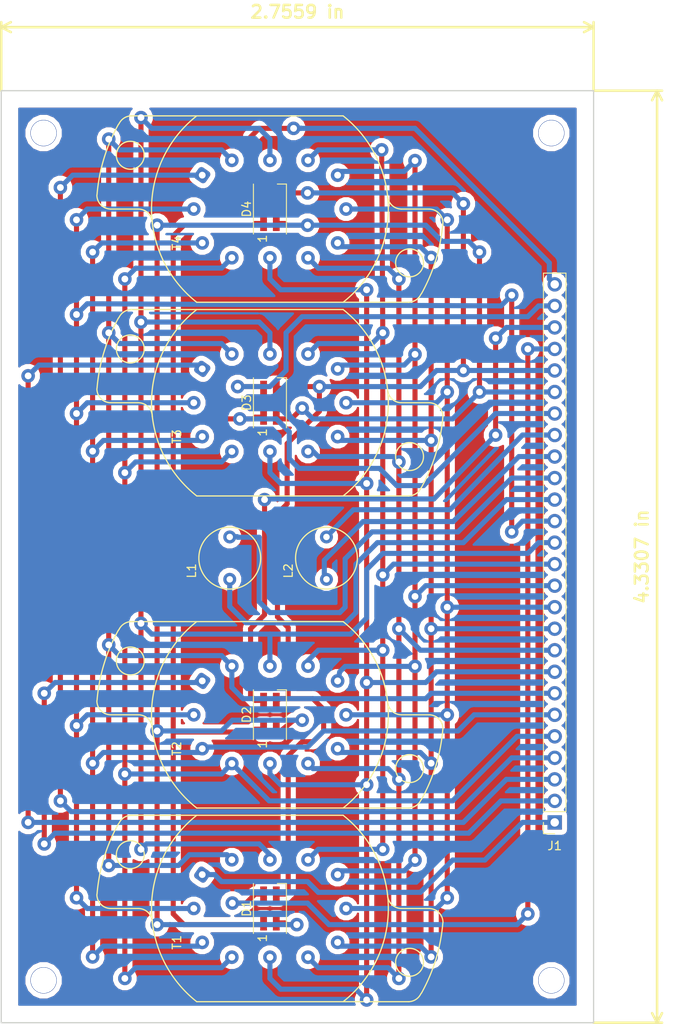
<source format=kicad_pcb>
(kicad_pcb (version 20171130) (host pcbnew 5.0.0-rc2+dfsg1-3)
  (layers (0 F.Cu signal) (31 B.Cu signal) (34 B.Paste user) (35 F.Paste user) (36 B.SilkS user) (37 F.SilkS user) (38 B.Mask user) (39 F.Mask user) (44 Edge.Cuts user))
  (net 0 "")
  (net 1 "Net-(D1-Pad4)")
  (net 2 "Net-(D1-Pad2)")
  (net 3 "Net-(D1-Pad3)")
  (net 4 "Net-(D1-Pad1)")
  (net 5 "Net-(D2-Pad2)")
  (net 6 "Net-(D3-Pad2)")
  (net 7 "Net-(D4-Pad2)")
  (net 8 "Net-(J1-Pad1)")
  (net 9 "Net-(J1-Pad2)")
  (net 10 "Net-(J1-Pad3)")
  (net 11 "Net-(J1-Pad4)")
  (net 12 "Net-(J1-Pad5)")
  (net 13 "Net-(J1-Pad6)")
  (net 14 "Net-(J1-Pad7)")
  (net 15 "Net-(J1-Pad8)")
  (net 16 "Net-(J1-Pad9)")
  (net 17 "Net-(J1-Pad10)")
  (net 18 "Net-(J1-Pad11)")
  (net 19 "Net-(J1-Pad12)")
  (net 20 "Net-(J1-Pad13)")
  (net 21 "Net-(J1-Pad14)")
  (net 22 "Net-(J1-Pad15)")
  (net 23 "Net-(J1-Pad19)")
  (net 24 "Net-(J1-Pad18)")
  (net 25 "Net-(J1-Pad17)")
  (net 26 "Net-(J1-Pad16)")
  (module Connector_PinSocket_2.54mm:PinSocket_1x26_P2.54mm_Vertical (layer F.Cu) (at 120.404972 126.36 180)
    (fp_text reference J1 (at 0 -2.77 180) (layer F.SilkS))
    (fp_text value Conn_01x26_Male hide)
    (pad 1 thru_hole rect (at 0 0 180) (size 1.7 1.7) (drill 1) (layers *.Cu *.Mask) (net 8 "Net-(J1-Pad1)"))
    (pad 2 thru_hole oval (at 0 2.54 180) (size 1.7 1.7) (drill 1) (layers *.Cu *.Mask) (net 9 "Net-(J1-Pad2)"))
    (pad 3 thru_hole oval (at 0 5.08 180) (size 1.7 1.7) (drill 1) (layers *.Cu *.Mask) (net 10 "Net-(J1-Pad3)"))
    (pad 4 thru_hole oval (at 0 7.62 180) (size 1.7 1.7) (drill 1) (layers *.Cu *.Mask) (net 11 "Net-(J1-Pad4)"))
    (pad 5 thru_hole oval (at 0 10.16 180) (size 1.7 1.7) (drill 1) (layers *.Cu *.Mask) (net 12 "Net-(J1-Pad5)"))
    (pad 6 thru_hole oval (at 0 12.7 180) (size 1.7 1.7) (drill 1) (layers *.Cu *.Mask) (net 13 "Net-(J1-Pad6)"))
    (pad 7 thru_hole oval (at 0 15.24 180) (size 1.7 1.7) (drill 1) (layers *.Cu *.Mask) (net 14 "Net-(J1-Pad7)"))
    (pad 8 thru_hole oval (at 0 17.78 180) (size 1.7 1.7) (drill 1) (layers *.Cu *.Mask) (net 15 "Net-(J1-Pad8)"))
    (pad 9 thru_hole oval (at 0 20.32 180) (size 1.7 1.7) (drill 1) (layers *.Cu *.Mask) (net 16 "Net-(J1-Pad9)"))
    (pad 10 thru_hole oval (at 0 22.86 180) (size 1.7 1.7) (drill 1) (layers *.Cu *.Mask) (net 17 "Net-(J1-Pad10)"))
    (pad 11 thru_hole oval (at 0 25.4 180) (size 1.7 1.7) (drill 1) (layers *.Cu *.Mask) (net 18 "Net-(J1-Pad11)"))
    (pad 12 thru_hole oval (at 0 27.94 180) (size 1.7 1.7) (drill 1) (layers *.Cu *.Mask) (net 19 "Net-(J1-Pad12)"))
    (pad 13 thru_hole oval (at 0 30.48 180) (size 1.7 1.7) (drill 1) (layers *.Cu *.Mask) (net 20 "Net-(J1-Pad13)"))
    (pad 14 thru_hole oval (at 0 33.02 180) (size 1.7 1.7) (drill 1) (layers *.Cu *.Mask) (net 21 "Net-(J1-Pad14)"))
    (pad 15 thru_hole oval (at 0 35.56 180) (size 1.7 1.7) (drill 1) (layers *.Cu *.Mask) (net 22 "Net-(J1-Pad15)"))
    (pad 16 thru_hole oval (at 0 38.1 180) (size 1.7 1.7) (drill 1) (layers *.Cu *.Mask) (net 26 "Net-(J1-Pad16)"))
    (pad 17 thru_hole oval (at 0 40.64 180) (size 1.7 1.7) (drill 1) (layers *.Cu *.Mask) (net 25 "Net-(J1-Pad17)"))
    (pad 18 thru_hole oval (at 0 43.18 180) (size 1.7 1.7) (drill 1) (layers *.Cu *.Mask) (net 24 "Net-(J1-Pad18)"))
    (pad 19 thru_hole oval (at 0 45.72 180) (size 1.7 1.7) (drill 1) (layers *.Cu *.Mask) (net 23 "Net-(J1-Pad19)"))
    (pad 20 thru_hole oval (at 0 48.26 180) (size 1.7 1.7) (drill 1) (layers *.Cu *.Mask) (net 4 "Net-(D1-Pad1)"))
    (pad 21 thru_hole oval (at 0 50.8 180) (size 1.7 1.7) (drill 1) (layers *.Cu *.Mask) (net 3 "Net-(D1-Pad3)"))
    (pad 22 thru_hole oval (at 0 53.34 180) (size 1.7 1.7) (drill 1) (layers *.Cu *.Mask) (net 1 "Net-(D1-Pad4)"))
    (pad 23 thru_hole oval (at 0 55.88 180) (size 1.7 1.7) (drill 1) (layers *.Cu *.Mask) (net 2 "Net-(D1-Pad2)"))
    (pad 24 thru_hole oval (at 0 58.42 180) (size 1.7 1.7) (drill 1) (layers *.Cu *.Mask) (net 5 "Net-(D2-Pad2)"))
    (pad 25 thru_hole oval (at 0 60.96 180) (size 1.7 1.7) (drill 1) (layers *.Cu *.Mask) (net 6 "Net-(D3-Pad2)"))
    (pad 26 thru_hole oval (at 0 63.5 180) (size 1.7 1.7) (drill 1) (layers *.Cu *.Mask) (net 7 "Net-(D4-Pad2)"))
  )
  (module Parts:IN-12_0.8mm (layer F.Cu) (at 86.749972 76.83 90)
    (fp_text reference T3 (at -4 -11 90) (layer F.SilkS))
    (fp_text value IN-12)
    (pad 12 thru_hole circle (at 0 -9 90) (size 1.6 1.6) (drill 0.8) (layers *.Cu *.Mask) (net 22 "Net-(J1-Pad15)"))
    (pad 11 thru_hole circle (at -4 -8 90) (size 1.6 1.6) (drill 0.8) (layers *.Cu *.Mask) (net 13 "Net-(J1-Pad6)"))
    (pad 10 thru_hole circle (at -5.75 -4.5 90) (size 1.6 1.6) (drill 0.8) (layers *.Cu *.Mask) (net 12 "Net-(J1-Pad5)"))
    (pad 9 thru_hole circle (at -5.75 0 90) (size 1.6 1.6) (drill 0.8) (layers *.Cu *.Mask) (net 15 "Net-(J1-Pad8)"))
    (pad 8 thru_hole circle (at -5.75 4.5 90) (size 1.6 1.6) (drill 0.8) (layers *.Cu *.Mask) (net 16 "Net-(J1-Pad9)"))
    (pad 7 thru_hole circle (at -4 8 90) (size 1.6 1.6) (drill 0.8) (layers *.Cu *.Mask) (net 17 "Net-(J1-Pad10)"))
    (pad 6 thru_hole circle (at 0 9 90) (size 1.6 1.6) (drill 0.8) (layers *.Cu *.Mask) (net 18 "Net-(J1-Pad11)"))
    (pad 5 thru_hole circle (at 4 8 90) (size 1.6 1.6) (drill 0.8) (layers *.Cu *.Mask) (net 19 "Net-(J1-Pad12)"))
    (pad 4 thru_hole circle (at 5.75 4.5 90) (size 1.6 1.6) (drill 0.8) (layers *.Cu *.Mask) (net 20 "Net-(J1-Pad13)"))
    (pad 3 thru_hole circle (at 5.75 0 90) (size 1.6 1.6) (drill 0.8) (layers *.Cu *.Mask) (net 21 "Net-(J1-Pad14)"))
    (pad 2 thru_hole circle (at 5.75 -4.5 90) (size 1.6 1.6) (drill 0.8) (layers *.Cu *.Mask) (net 14 "Net-(J1-Pad7)"))
    (pad 1 thru_hole roundrect (at 4 -8 145) (size 1.6 1.6) (drill 0.8) (layers *.Cu *.Mask) (net 10 "Net-(J1-Pad3)"))
  )
  (module Parts:IN-12_0.8mm (layer F.Cu) (at 86.749972 136.52 90)
    (fp_text reference T1 (at -4 -11 90) (layer F.SilkS))
    (fp_text value IN-12)
    (pad 12 thru_hole circle (at 0 -9 90) (size 1.6 1.6) (drill 0.8) (layers *.Cu *.Mask) (net 22 "Net-(J1-Pad15)"))
    (pad 11 thru_hole circle (at -4 -8 90) (size 1.6 1.6) (drill 0.8) (layers *.Cu *.Mask) (net 13 "Net-(J1-Pad6)"))
    (pad 10 thru_hole circle (at -5.75 -4.5 90) (size 1.6 1.6) (drill 0.8) (layers *.Cu *.Mask) (net 12 "Net-(J1-Pad5)"))
    (pad 9 thru_hole circle (at -5.75 0 90) (size 1.6 1.6) (drill 0.8) (layers *.Cu *.Mask) (net 15 "Net-(J1-Pad8)"))
    (pad 8 thru_hole circle (at -5.75 4.5 90) (size 1.6 1.6) (drill 0.8) (layers *.Cu *.Mask) (net 16 "Net-(J1-Pad9)"))
    (pad 7 thru_hole circle (at -4 8 90) (size 1.6 1.6) (drill 0.8) (layers *.Cu *.Mask) (net 17 "Net-(J1-Pad10)"))
    (pad 6 thru_hole circle (at 0 9 90) (size 1.6 1.6) (drill 0.8) (layers *.Cu *.Mask) (net 18 "Net-(J1-Pad11)"))
    (pad 5 thru_hole circle (at 4 8 90) (size 1.6 1.6) (drill 0.8) (layers *.Cu *.Mask) (net 19 "Net-(J1-Pad12)"))
    (pad 4 thru_hole circle (at 5.75 4.5 90) (size 1.6 1.6) (drill 0.8) (layers *.Cu *.Mask) (net 20 "Net-(J1-Pad13)"))
    (pad 3 thru_hole circle (at 5.75 0 90) (size 1.6 1.6) (drill 0.8) (layers *.Cu *.Mask) (net 21 "Net-(J1-Pad14)"))
    (pad 2 thru_hole circle (at 5.75 -4.5 90) (size 1.6 1.6) (drill 0.8) (layers *.Cu *.Mask) (net 14 "Net-(J1-Pad7)"))
    (pad 1 thru_hole roundrect (at 4 -8 145) (size 1.6 1.6) (drill 0.8) (layers *.Cu *.Mask) (net 8 "Net-(J1-Pad1)"))
  )
  (module Parts:IN-12_0.8mm (layer F.Cu) (at 86.749972 113.66 90)
    (fp_text reference T2 (at -4 -11 90) (layer F.SilkS))
    (fp_text value IN-12)
    (pad 12 thru_hole circle (at 0 -9 90) (size 1.6 1.6) (drill 0.8) (layers *.Cu *.Mask) (net 22 "Net-(J1-Pad15)"))
    (pad 11 thru_hole circle (at -4 -8 90) (size 1.6 1.6) (drill 0.8) (layers *.Cu *.Mask) (net 13 "Net-(J1-Pad6)"))
    (pad 10 thru_hole circle (at -5.75 -4.5 90) (size 1.6 1.6) (drill 0.8) (layers *.Cu *.Mask) (net 12 "Net-(J1-Pad5)"))
    (pad 9 thru_hole circle (at -5.75 0 90) (size 1.6 1.6) (drill 0.8) (layers *.Cu *.Mask) (net 15 "Net-(J1-Pad8)"))
    (pad 8 thru_hole circle (at -5.75 4.5 90) (size 1.6 1.6) (drill 0.8) (layers *.Cu *.Mask) (net 16 "Net-(J1-Pad9)"))
    (pad 7 thru_hole circle (at -4 8 90) (size 1.6 1.6) (drill 0.8) (layers *.Cu *.Mask) (net 17 "Net-(J1-Pad10)"))
    (pad 6 thru_hole circle (at 0 9 90) (size 1.6 1.6) (drill 0.8) (layers *.Cu *.Mask) (net 18 "Net-(J1-Pad11)"))
    (pad 5 thru_hole circle (at 4 8 90) (size 1.6 1.6) (drill 0.8) (layers *.Cu *.Mask) (net 19 "Net-(J1-Pad12)"))
    (pad 4 thru_hole circle (at 5.75 4.5 90) (size 1.6 1.6) (drill 0.8) (layers *.Cu *.Mask) (net 20 "Net-(J1-Pad13)"))
    (pad 3 thru_hole circle (at 5.75 0 90) (size 1.6 1.6) (drill 0.8) (layers *.Cu *.Mask) (net 21 "Net-(J1-Pad14)"))
    (pad 2 thru_hole circle (at 5.75 -4.5 90) (size 1.6 1.6) (drill 0.8) (layers *.Cu *.Mask) (net 14 "Net-(J1-Pad7)"))
    (pad 1 thru_hole roundrect (at 4 -8 145) (size 1.6 1.6) (drill 0.8) (layers *.Cu *.Mask) (net 9 "Net-(J1-Pad2)"))
  )
  (module Parts:IN-12_0.8mm (layer F.Cu) (at 86.749972 53.97 90)
    (fp_text reference T4 (at -4 -11 90) (layer F.SilkS))
    (fp_text value IN-12)
    (pad 12 thru_hole circle (at 0 -9 90) (size 1.6 1.6) (drill 0.8) (layers *.Cu *.Mask) (net 22 "Net-(J1-Pad15)"))
    (pad 11 thru_hole circle (at -4 -8 90) (size 1.6 1.6) (drill 0.8) (layers *.Cu *.Mask) (net 13 "Net-(J1-Pad6)"))
    (pad 10 thru_hole circle (at -5.75 -4.5 90) (size 1.6 1.6) (drill 0.8) (layers *.Cu *.Mask) (net 12 "Net-(J1-Pad5)"))
    (pad 9 thru_hole circle (at -5.75 0 90) (size 1.6 1.6) (drill 0.8) (layers *.Cu *.Mask) (net 15 "Net-(J1-Pad8)"))
    (pad 8 thru_hole circle (at -5.75 4.5 90) (size 1.6 1.6) (drill 0.8) (layers *.Cu *.Mask) (net 16 "Net-(J1-Pad9)"))
    (pad 7 thru_hole circle (at -4 8 90) (size 1.6 1.6) (drill 0.8) (layers *.Cu *.Mask) (net 17 "Net-(J1-Pad10)"))
    (pad 6 thru_hole circle (at 0 9 90) (size 1.6 1.6) (drill 0.8) (layers *.Cu *.Mask) (net 18 "Net-(J1-Pad11)"))
    (pad 5 thru_hole circle (at 4 8 90) (size 1.6 1.6) (drill 0.8) (layers *.Cu *.Mask) (net 19 "Net-(J1-Pad12)"))
    (pad 4 thru_hole circle (at 5.75 4.5 90) (size 1.6 1.6) (drill 0.8) (layers *.Cu *.Mask) (net 20 "Net-(J1-Pad13)"))
    (pad 3 thru_hole circle (at 5.75 0 90) (size 1.6 1.6) (drill 0.8) (layers *.Cu *.Mask) (net 21 "Net-(J1-Pad14)"))
    (pad 2 thru_hole circle (at 5.75 -4.5 90) (size 1.6 1.6) (drill 0.8) (layers *.Cu *.Mask) (net 14 "Net-(J1-Pad7)"))
    (pad 1 thru_hole roundrect (at 4 -8 145) (size 1.6 1.6) (drill 0.8) (layers *.Cu *.Mask) (net 11 "Net-(J1-Pad4)"))
  )
  (module Parts:LED_3528_3.5x2.8mm (layer F.Cu) (at 86.749972 136.52 90)
    (fp_text reference D1 (at 0 -2.75 90) (layer F.SilkS))
    (fp_text value LED_RGB_CA hide)
    (fp_text user 1 (at -3.5 -0.875 90) (layer F.SilkS))
    (pad 1 smd rect (at -1.7 -0.75 270) (size 1.8 0.8) (layers F.Cu F.Paste F.Mask) (net 4 "Net-(D1-Pad1)"))
    (pad 3 smd rect (at -1.7 0.75 270) (size 1.8 0.8) (layers F.Cu F.Paste F.Mask) (net 3 "Net-(D1-Pad3)"))
    (pad 2 smd rect (at 1.7 -0.75 270) (size 1.8 0.8) (layers F.Cu F.Paste F.Mask) (net 2 "Net-(D1-Pad2)"))
    (pad 4 smd rect (at 1.7 0.75 270) (size 1.8 0.8) (layers F.Cu F.Paste F.Mask) (net 1 "Net-(D1-Pad4)"))
  )
  (module Parts:LED_3528_3.5x2.8mm (layer F.Cu) (at 86.749972 113.66 90)
    (fp_text reference D2 (at 0 -2.75 90) (layer F.SilkS))
    (fp_text value LED_RGB_CA hide)
    (fp_text user 1 (at -3.5 -0.875 90) (layer F.SilkS))
    (pad 1 smd rect (at -1.7 -0.75 270) (size 1.8 0.8) (layers F.Cu F.Paste F.Mask) (net 4 "Net-(D1-Pad1)"))
    (pad 3 smd rect (at -1.7 0.75 270) (size 1.8 0.8) (layers F.Cu F.Paste F.Mask) (net 3 "Net-(D1-Pad3)"))
    (pad 2 smd rect (at 1.7 -0.75 270) (size 1.8 0.8) (layers F.Cu F.Paste F.Mask) (net 5 "Net-(D2-Pad2)"))
    (pad 4 smd rect (at 1.7 0.75 270) (size 1.8 0.8) (layers F.Cu F.Paste F.Mask) (net 1 "Net-(D1-Pad4)"))
  )
  (module Parts:LED_3528_3.5x2.8mm (layer F.Cu) (at 86.749972 76.83 90)
    (fp_text reference D3 (at 0 -2.75 90) (layer F.SilkS))
    (fp_text value LED_RGB_CA hide)
    (fp_text user 1 (at -3.5 -0.875 90) (layer F.SilkS))
    (pad 1 smd rect (at -1.7 -0.75 270) (size 1.8 0.8) (layers F.Cu F.Paste F.Mask) (net 4 "Net-(D1-Pad1)"))
    (pad 3 smd rect (at -1.7 0.75 270) (size 1.8 0.8) (layers F.Cu F.Paste F.Mask) (net 3 "Net-(D1-Pad3)"))
    (pad 2 smd rect (at 1.7 -0.75 270) (size 1.8 0.8) (layers F.Cu F.Paste F.Mask) (net 6 "Net-(D3-Pad2)"))
    (pad 4 smd rect (at 1.7 0.75 270) (size 1.8 0.8) (layers F.Cu F.Paste F.Mask) (net 1 "Net-(D1-Pad4)"))
  )
  (module Parts:LED_3528_3.5x2.8mm (layer F.Cu) (at 86.749972 53.97 90)
    (fp_text reference D4 (at 0 -2.75 90) (layer F.SilkS))
    (fp_text value LED_RGB_CA hide)
    (fp_text user 1 (at -3.5 -0.875 90) (layer F.SilkS))
    (pad 1 smd rect (at -1.7 -0.75 270) (size 1.8 0.8) (layers F.Cu F.Paste F.Mask) (net 4 "Net-(D1-Pad1)"))
    (pad 3 smd rect (at -1.7 0.75 270) (size 1.8 0.8) (layers F.Cu F.Paste F.Mask) (net 3 "Net-(D1-Pad3)"))
    (pad 2 smd rect (at 1.7 -0.75 270) (size 1.8 0.8) (layers F.Cu F.Paste F.Mask) (net 7 "Net-(D4-Pad2)"))
    (pad 4 smd rect (at 1.7 0.75 270) (size 1.8 0.8) (layers F.Cu F.Paste F.Mask) (net 1 "Net-(D1-Pad4)"))
  )
  (module Parts:ins-1 (layer F.Cu) (at 82 95.17 90)
    (fp_text reference L1 (at -1.5 -4.5 90) (layer F.SilkS))
    (fp_text value ins-1)
    (pad 2 thru_hole circle (at 2.5 0 90) (size 1.524 1.524) (drill 0.762) (layers *.Cu *.Mask) (net 25 "Net-(J1-Pad17)"))
    (pad 1 thru_hole circle (at -2.5 0 90) (size 1.524 1.524) (drill 0.762) (layers *.Cu *.Mask) (net 26 "Net-(J1-Pad16)"))
  )
  (module Parts:ins-1 (layer F.Cu) (at 93.43 95.17 90)
    (fp_text reference L2 (at -1.5 -4.5 90) (layer F.SilkS))
    (fp_text value ins-1)
    (pad 1 thru_hole circle (at -2.5 0 90) (size 1.524 1.524) (drill 0.762) (layers *.Cu *.Mask) (net 24 "Net-(J1-Pad18)"))
    (pad 2 thru_hole circle (at 2.5 0 90) (size 1.524 1.524) (drill 0.762) (layers *.Cu *.Mask) (net 23 "Net-(J1-Pad19)"))
  )
  (dimension 110 (width 0.3) (layer F.SilkS) (gr_text "110.000 mm" (at 134.6 95 270) (layer F.SilkS) (effects (font (size 1.5 1.5) (thickness 0.3)))) (feature1 (pts (xy 125 150) (xy 133.086421 150))) (feature2 (pts (xy 125 40) (xy 133.086421 40))) (crossbar (pts (xy 132.5 40) (xy 132.5 150))) (arrow1a (pts (xy 132.5 150) (xy 131.913579 148.873496))) (arrow1b (pts (xy 132.5 150) (xy 133.086421 148.873496))) (arrow2a (pts (xy 132.5 40) (xy 131.913579 41.126504))) (arrow2b (pts (xy 132.5 40) (xy 133.086421 41.126504))))
  (dimension 70 (width 0.3) (layer F.SilkS) (gr_text "70.000 mm" (at 90 30.4) (layer F.SilkS) (effects (font (size 1.5 1.5) (thickness 0.3)))) (feature1 (pts (xy 55 40) (xy 55 31.913579))) (feature2 (pts (xy 125 40) (xy 125 31.913579))) (crossbar (pts (xy 125 32.5) (xy 55 32.5))) (arrow1a (pts (xy 55 32.5) (xy 56.126504 31.913579))) (arrow1b (pts (xy 55 32.5) (xy 56.126504 33.086421))) (arrow2a (pts (xy 125 32.5) (xy 123.873496 31.913579))) (arrow2b (pts (xy 125 32.5) (xy 123.873496 33.086421))))
  (gr_line (start 55 40) (end 125 40) (layer Edge.Cuts) (width 0.15))
  (gr_line (start 55 40) (end 55 150) (layer Edge.Cuts) (width 0.15))
  (gr_line (start 125 150) (end 55 150) (layer Edge.Cuts) (width 0.15))
  (gr_line (start 125 40) (end 125 150) (layer Edge.Cuts) (width 0.15))
  (via (at 120 145) (size 3.1) (drill 3) (layers F.Cu B.Cu) (net 0))
  (via (at 60 145) (size 3.1) (drill 3) (layers F.Cu B.Cu) (net 0))
  (via (at 60 45) (size 3.1) (drill 3) (layers F.Cu B.Cu) (net 0))
  (via (at 120 45) (size 3.1) (drill 3) (layers F.Cu B.Cu) (net 0))
  (via (at 109.609972 73.02) (size 1.6) (drill 0.8) (layers F.Cu B.Cu) (net 1))
  (segment (start 109.609972 73.02) (end 109.609972 53.335) (width 0.6) (layer F.Cu) (net 1))
  (via (at 109.609972 53.335) (size 1.6) (drill 0.8) (layers F.Cu B.Cu) (net 1))
  (segment (start 109.609972 53.335) (end 108.339972 52.065) (width 0.6) (layer B.Cu) (net 1))
  (segment (start 108.339972 52.065) (end 91.194972 52.065) (width 0.6) (layer B.Cu) (net 1))
  (via (at 91.194972 52.065) (size 1.6) (drill 0.8) (layers F.Cu B.Cu) (net 1))
  (segment (start 91.194972 52.065) (end 87.704972 52.065) (width 0.6) (layer F.Cu) (net 1))
  (segment (start 87.704972 52.065) (end 87.499972 52.27) (width 0.6) (layer F.Cu) (net 1))
  (segment (start 106.434972 73.02) (end 109.609972 73.02) (width 0.6) (layer B.Cu) (net 1))
  (segment (start 92.591972 74.925) (end 88.704972 74.925) (width 0.6) (layer F.Cu) (net 1))
  (via (at 92.591972 74.925) (size 1.6) (drill 0.8) (layers F.Cu B.Cu) (net 1))
  (segment (start 88.704972 74.925) (end 88.499972 75.13) (width 0.6) (layer F.Cu) (net 1))
  (segment (start 92.591972 74.925) (end 104.529972 74.925) (width 0.6) (layer B.Cu) (net 1))
  (segment (start 88.499972 75.13) (end 87.499972 75.13) (width 0.6) (layer F.Cu) (net 1))
  (segment (start 104.529972 74.925) (end 106.434972 73.02) (width 0.6) (layer B.Cu) (net 1))
  (segment (start 88.019972 111.755) (end 87.499972 111.96) (width 0.6) (layer F.Cu) (net 1))
  (segment (start 91.829972 111.755) (end 88.019972 111.755) (width 0.6) (layer F.Cu) (net 1))
  (segment (start 93.099972 113.025) (end 91.829972 111.755) (width 0.6) (layer F.Cu) (net 1))
  (segment (start 88.499972 134.82) (end 88.908972 134.411) (width 0.6) (layer F.Cu) (net 1))
  (segment (start 87.499972 134.82) (end 88.499972 134.82) (width 0.6) (layer F.Cu) (net 1))
  (segment (start 88.908972 118.486) (end 90.559972 116.835) (width 0.6) (layer F.Cu) (net 1))
  (segment (start 93.099972 115.565) (end 93.099972 113.025) (width 0.6) (layer F.Cu) (net 1))
  (segment (start 88.908972 134.411) (end 88.908972 118.486) (width 0.6) (layer F.Cu) (net 1))
  (segment (start 91.829972 116.835) (end 93.099972 115.565) (width 0.6) (layer F.Cu) (net 1))
  (segment (start 90.559972 116.835) (end 91.829972 116.835) (width 0.6) (layer F.Cu) (net 1))
  (segment (start 109.609972 73.02) (end 120.404972 73.02) (width 0.6) (layer B.Cu) (net 1))
  (segment (start 92.591972 77.846) (end 92.591972 74.925) (width 0.6) (layer F.Cu) (net 1))
  (segment (start 88.781972 81.656) (end 92.591972 77.846) (width 0.6) (layer F.Cu) (net 1))
  (segment (start 88.908972 111.755) (end 88.908972 103.373) (width 0.6) (layer F.Cu) (net 1))
  (segment (start 88.019972 111.755) (end 88.908972 111.755) (width 0.6) (layer F.Cu) (net 1))
  (segment (start 88.908972 103.373) (end 87.638972 102.103) (width 0.6) (layer F.Cu) (net 1))
  (segment (start 87.638972 102.103) (end 87.638972 89.911) (width 0.6) (layer F.Cu) (net 1))
  (segment (start 87.638972 89.911) (end 88.781972 88.768) (width 0.6) (layer F.Cu) (net 1))
  (segment (start 88.781972 88.768) (end 88.781972 81.656) (width 0.6) (layer F.Cu) (net 1))
  (segment (start 84.999972 134.82) (end 83.934972 135.885) (width 0.6) (layer F.Cu) (net 2))
  (segment (start 85.999972 134.82) (end 84.999972 134.82) (width 0.6) (layer F.Cu) (net 2))
  (segment (start 83.934972 135.885) (end 82.304972 135.885) (width 0.6) (layer F.Cu) (net 2))
  (via (at 82.304972 135.885) (size 1.6) (drill 0.8) (layers F.Cu B.Cu) (net 2))
  (via (at 117.229972 70.48) (size 1.6) (drill 0.8) (layers F.Cu B.Cu) (net 2))
  (segment (start 82.304972 135.885) (end 91.194972 135.885) (width 0.6) (layer B.Cu) (net 2))
  (segment (start 91.194972 135.885) (end 93.734972 138.425) (width 0.6) (layer B.Cu) (net 2))
  (segment (start 93.734972 138.425) (end 115.959972 138.425) (width 0.6) (layer B.Cu) (net 2))
  (segment (start 115.959972 138.425) (end 117.229972 137.155) (width 0.6) (layer B.Cu) (net 2))
  (segment (start 117.229972 70.48) (end 117.229972 137.155) (width 0.6) (layer F.Cu) (net 2))
  (via (at 117.229972 137.155) (size 1.6) (drill 0.8) (layers F.Cu B.Cu) (net 2))
  (segment (start 120.404972 70.48) (end 117.229972 70.48) (width 0.6) (layer B.Cu) (net 2))
  (segment (start 88.499972 55.67) (end 88.704972 55.875) (width 0.6) (layer F.Cu) (net 3))
  (segment (start 87.499972 55.67) (end 88.499972 55.67) (width 0.6) (layer F.Cu) (net 3))
  (segment (start 88.704972 55.875) (end 91.194972 55.875) (width 0.6) (layer F.Cu) (net 3))
  (via (at 91.194972 55.875) (size 1.6) (drill 0.8) (layers F.Cu B.Cu) (net 3))
  (segment (start 74.049972 138.425) (end 73.414972 138.425) (width 0.6) (layer B.Cu) (net 3))
  (via (at 73.414972 138.425) (size 1.6) (drill 0.8) (layers F.Cu B.Cu) (net 3))
  (via (at 90.559972 114.295) (size 1.6) (drill 0.8) (layers F.Cu B.Cu) (net 3))
  (segment (start 90.559972 114.295) (end 82.304972 114.295) (width 0.6) (layer B.Cu) (net 3))
  (segment (start 82.304972 114.295) (end 81.034972 115.565) (width 0.6) (layer B.Cu) (net 3))
  (segment (start 81.034972 115.565) (end 73.414972 115.565) (width 0.6) (layer B.Cu) (net 3))
  (via (at 73.414972 115.565) (size 1.6) (drill 0.8) (layers F.Cu B.Cu) (net 3))
  (segment (start 73.414972 115.565) (end 73.414972 138.425) (width 0.6) (layer F.Cu) (net 3))
  (via (at 90.559972 77.465) (size 1.6) (drill 0.8) (layers F.Cu B.Cu) (net 3))
  (segment (start 87.704972 78.735) (end 87.499972 78.53) (width 0.6) (layer F.Cu) (net 3))
  (segment (start 89.289972 78.735) (end 87.704972 78.735) (width 0.6) (layer F.Cu) (net 3))
  (segment (start 89.289972 78.735) (end 90.559972 77.465) (width 0.6) (layer F.Cu) (net 3))
  (segment (start 89.564972 114.295) (end 90.559972 114.295) (width 0.6) (layer F.Cu) (net 3))
  (segment (start 87.384972 115.565) (end 88.019972 115.565) (width 0.6) (layer F.Cu) (net 3))
  (segment (start 88.019972 115.565) (end 89.564972 114.295) (width 0.6) (layer F.Cu) (net 3))
  (segment (start 73.414972 115.565) (end 73.414972 55.875) (width 0.6) (layer F.Cu) (net 3))
  (via (at 73.414972 55.875) (size 1.6) (drill 0.8) (layers F.Cu B.Cu) (net 3))
  (segment (start 91.194972 55.875) (end 73.414972 55.875) (width 0.6) (layer B.Cu) (net 3))
  (segment (start 107.069972 57.78) (end 110.244972 57.78) (width 0.6) (layer B.Cu) (net 3))
  (segment (start 110.244972 57.78) (end 111.514972 59.05) (width 0.6) (layer B.Cu) (net 3))
  (segment (start 105.164972 55.875) (end 107.069972 57.78) (width 0.6) (layer B.Cu) (net 3))
  (via (at 111.514972 59.05) (size 1.6) (drill 0.8) (layers F.Cu B.Cu) (net 3))
  (segment (start 91.194972 55.875) (end 105.164972 55.875) (width 0.6) (layer B.Cu) (net 3))
  (segment (start 108.339972 78.735) (end 111.514972 75.56) (width 0.6) (layer B.Cu) (net 3))
  (segment (start 90.559972 77.465) (end 91.829972 78.735) (width 0.6) (layer B.Cu) (net 3))
  (segment (start 91.829972 78.735) (end 108.339972 78.735) (width 0.6) (layer B.Cu) (net 3))
  (via (at 111.514972 75.56) (size 1.6) (drill 0.8) (layers F.Cu B.Cu) (net 3))
  (segment (start 111.514972 59.05) (end 111.514972 75.56) (width 0.6) (layer F.Cu) (net 3))
  (segment (start 88.499972 138.22) (end 87.499972 138.22) (width 0.6) (layer F.Cu) (net 3))
  (segment (start 89.924972 138.425) (end 73.414972 138.425) (width 0.6) (layer B.Cu) (net 3))
  (segment (start 88.704972 138.425) (end 88.499972 138.22) (width 0.6) (layer F.Cu) (net 3))
  (via (at 89.924972 138.425) (size 1.6) (drill 0.8) (layers F.Cu B.Cu) (net 3))
  (segment (start 89.924972 138.425) (end 88.704972 138.425) (width 0.6) (layer F.Cu) (net 3))
  (segment (start 111.514972 75.56) (end 120.404972 75.56) (width 0.6) (layer B.Cu) (net 3))
  (segment (start 76.589972 138.425) (end 85.794972 138.425) (width 0.6) (layer F.Cu) (net 4))
  (segment (start 84.999972 55.67) (end 84.794972 55.875) (width 0.6) (layer F.Cu) (net 4))
  (segment (start 85.794972 138.425) (end 85.999972 138.22) (width 0.6) (layer F.Cu) (net 4))
  (segment (start 85.999972 55.67) (end 84.999972 55.67) (width 0.6) (layer F.Cu) (net 4))
  (segment (start 84.794972 55.875) (end 76.589972 55.875) (width 0.6) (layer F.Cu) (net 4))
  (segment (start 76.589972 55.875) (end 75.319972 57.145) (width 0.6) (layer F.Cu) (net 4))
  (segment (start 75.319972 137.155) (end 76.589972 138.425) (width 0.6) (layer F.Cu) (net 4))
  (segment (start 84.999972 78.53) (end 84.794972 78.735) (width 0.6) (layer F.Cu) (net 4))
  (segment (start 85.999972 78.53) (end 84.999972 78.53) (width 0.6) (layer F.Cu) (net 4))
  (segment (start 75.954972 78.735) (end 75.319972 79.37) (width 0.6) (layer F.Cu) (net 4))
  (segment (start 84.794972 78.735) (end 83.193972 78.735) (width 0.6) (layer F.Cu) (net 4))
  (segment (start 75.319972 57.145) (end 75.319972 79.37) (width 0.6) (layer F.Cu) (net 4))
  (segment (start 83.193972 78.735) (end 75.954972 78.735) (width 0.6) (layer F.Cu) (net 4))
  (via (at 83.193972 78.735) (size 1.6) (drill 0.8) (layers F.Cu B.Cu) (net 4))
  (segment (start 84.999972 115.36) (end 84.667972 115.692) (width 0.6) (layer F.Cu) (net 4))
  (segment (start 84.667972 115.692) (end 75.319972 115.692) (width 0.6) (layer F.Cu) (net 4))
  (segment (start 85.999972 115.36) (end 84.999972 115.36) (width 0.6) (layer F.Cu) (net 4))
  (segment (start 75.319972 79.37) (end 75.319972 115.692) (width 0.6) (layer F.Cu) (net 4))
  (segment (start 75.319972 115.692) (end 75.319972 137.155) (width 0.6) (layer F.Cu) (net 4))
  (segment (start 113.419972 78.1) (end 119.769972 78.1) (width 0.6) (layer B.Cu) (net 4))
  (segment (start 104.910972 86.609) (end 113.419972 78.1) (width 0.6) (layer B.Cu) (net 4))
  (segment (start 101.735972 86.609) (end 104.910972 86.609) (width 0.6) (layer B.Cu) (net 4))
  (segment (start 82.939972 78.735) (end 87.511972 78.735) (width 0.6) (layer B.Cu) (net 4))
  (segment (start 87.511972 78.735) (end 89.035972 80.259) (width 0.6) (layer B.Cu) (net 4))
  (segment (start 89.035972 80.259) (end 89.035972 83.434) (width 0.6) (layer B.Cu) (net 4))
  (segment (start 89.035972 83.434) (end 90.178972 84.577) (width 0.6) (layer B.Cu) (net 4))
  (segment (start 90.178972 84.577) (end 99.703972 84.577) (width 0.6) (layer B.Cu) (net 4))
  (segment (start 99.703972 84.577) (end 101.735972 86.609) (width 0.6) (layer B.Cu) (net 4))
  (via (at 113.419972 80.64) (size 1.6) (drill 0.8) (layers F.Cu B.Cu) (net 5))
  (segment (start 113.419972 80.64) (end 113.419972 69.21) (width 0.6) (layer F.Cu) (net 5))
  (via (at 113.419972 69.21) (size 1.6) (drill 0.8) (layers F.Cu B.Cu) (net 5))
  (segment (start 84.999972 111.96) (end 85.999972 111.96) (width 0.6) (layer F.Cu) (net 5))
  (segment (start 84.463972 111.424) (end 84.999972 111.96) (width 0.6) (layer F.Cu) (net 5))
  (via (at 86.114972 88.26) (size 1.6) (drill 0.8) (layers F.Cu B.Cu) (net 5))
  (segment (start 86.114972 101.849) (end 84.463972 103.5) (width 0.6) (layer F.Cu) (net 5))
  (segment (start 84.463972 103.5) (end 84.463972 111.424) (width 0.6) (layer F.Cu) (net 5))
  (segment (start 86.114972 88.26) (end 86.114972 101.849) (width 0.6) (layer F.Cu) (net 5))
  (segment (start 114.689972 67.94) (end 120.404972 67.94) (width 0.6) (layer B.Cu) (net 5))
  (segment (start 113.419972 69.21) (end 114.689972 67.94) (width 0.6) (layer B.Cu) (net 5))
  (segment (start 106.13 88.185) (end 113.419972 80.64) (width 0.6) (layer B.Cu) (net 5))
  (segment (start 86.445 88.185) (end 106.13 88.185) (width 0.6) (layer B.Cu) (net 5))
  (via (at 82.939972 74.925) (size 1.6) (drill 0.8) (layers F.Cu B.Cu) (net 6))
  (segment (start 86.114972 74.925) (end 82.939972 74.925) (width 0.6) (layer F.Cu) (net 6))
  (segment (start 85.999972 75.13) (end 86.114972 74.925) (width 0.6) (layer F.Cu) (net 6))
  (segment (start 118.499972 65.4) (end 120.404972 65.4) (width 0.6) (layer B.Cu) (net 6))
  (segment (start 86.749972 74.925) (end 88.654972 73.02) (width 0.6) (layer B.Cu) (net 6))
  (segment (start 82.939972 74.925) (end 86.749972 74.925) (width 0.6) (layer B.Cu) (net 6))
  (segment (start 88.654972 73.02) (end 88.654972 68.575) (width 0.6) (layer B.Cu) (net 6))
  (segment (start 88.654972 68.575) (end 90.559972 66.67) (width 0.6) (layer B.Cu) (net 6))
  (segment (start 90.559972 66.67) (end 117.229972 66.67) (width 0.6) (layer B.Cu) (net 6))
  (segment (start 117.229972 66.67) (end 118.499972 65.4) (width 0.6) (layer B.Cu) (net 6))
  (segment (start 86.114972 52.7) (end 86.114972 52.065) (width 0.6) (layer F.Cu) (net 7))
  (segment (start 84.999972 52.27) (end 84.463972 51.734) (width 0.6) (layer F.Cu) (net 7))
  (segment (start 85.999972 52.27) (end 84.999972 52.27) (width 0.6) (layer F.Cu) (net 7))
  (segment (start 84.463972 51.734) (end 84.463972 45.461) (width 0.6) (layer F.Cu) (net 7))
  (segment (start 84.463972 45.461) (end 85.479972 44.445) (width 0.6) (layer F.Cu) (net 7))
  (segment (start 85.479972 44.445) (end 89.543972 44.445) (width 0.6) (layer F.Cu) (net 7))
  (via (at 89.543972 44.445) (size 1.6) (drill 0.8) (layers F.Cu B.Cu) (net 7))
  (segment (start 90.3925 44.445) (end 90.422501 44.414999) (width 0.6) (layer B.Cu) (net 7))
  (segment (start 90.3925 44.445) (end 89.543972 44.445) (width 0.6) (layer B.Cu) (net 7))
  (segment (start 103.894972 44.445) (end 90.3925 44.445) (width 0.6) (layer B.Cu) (net 7))
  (segment (start 119.769972 60.32) (end 103.894972 44.445) (width 0.6) (layer B.Cu) (net 7))
  (segment (start 120.404972 62.86) (end 119.769972 62.225) (width 0.6) (layer B.Cu) (net 7))
  (segment (start 119.769972 62.225) (end 119.769972 60.32) (width 0.6) (layer B.Cu) (net 7))
  (segment (start 116.594972 126.36) (end 120.404972 126.36) (width 0.6) (layer B.Cu) (net 8))
  (segment (start 112.149972 130.805) (end 116.594972 126.36) (width 0.6) (layer B.Cu) (net 8))
  (segment (start 80.209972 132.52) (end 81.034972 133.345) (width 0.6) (layer B.Cu) (net 8))
  (segment (start 78.749972 132.52) (end 80.209972 132.52) (width 0.6) (layer B.Cu) (net 8))
  (segment (start 108.339972 130.805) (end 112.149972 130.805) (width 0.6) (layer B.Cu) (net 8))
  (segment (start 81.034972 133.345) (end 91.194972 133.345) (width 0.6) (layer B.Cu) (net 8))
  (segment (start 91.194972 133.345) (end 92.464972 134.615) (width 0.6) (layer B.Cu) (net 8))
  (segment (start 104.529972 134.615) (end 108.339972 130.805) (width 0.6) (layer B.Cu) (net 8))
  (segment (start 92.464972 134.615) (end 104.529972 134.615) (width 0.6) (layer B.Cu) (net 8))
  (via (at 60.079972 111.12) (size 1.6) (drill 0.8) (layers F.Cu B.Cu) (net 9))
  (segment (start 60.079972 111.12) (end 60.079972 128.9) (width 0.6) (layer F.Cu) (net 9))
  (via (at 60.079972 128.9) (size 1.6) (drill 0.8) (layers F.Cu B.Cu) (net 9))
  (segment (start 61.349972 109.85) (end 60.079972 111.12) (width 0.6) (layer B.Cu) (net 9))
  (segment (start 78.494972 109.85) (end 61.349972 109.85) (width 0.6) (layer B.Cu) (net 9))
  (segment (start 61.349972 127.63) (end 60.079972 128.9) (width 0.6) (layer B.Cu) (net 9))
  (segment (start 110.244972 127.63) (end 61.349972 127.63) (width 0.6) (layer B.Cu) (net 9))
  (segment (start 120.404972 123.82) (end 114.054972 123.82) (width 0.6) (layer B.Cu) (net 9))
  (segment (start 114.054972 123.82) (end 110.244972 127.63) (width 0.6) (layer B.Cu) (net 9))
  (via (at 58.174972 73.655) (size 1.6) (drill 0.8) (layers F.Cu B.Cu) (net 10))
  (segment (start 58.174972 73.655) (end 59.444972 72.385) (width 0.6) (layer B.Cu) (net 10))
  (segment (start 58.174972 73.655) (end 58.174972 126.36) (width 0.6) (layer F.Cu) (net 10))
  (via (at 58.174972 126.36) (size 1.6) (drill 0.8) (layers F.Cu B.Cu) (net 10))
  (segment (start 59.444972 72.385) (end 78.494972 72.385) (width 0.6) (layer B.Cu) (net 10))
  (segment (start 109.609972 126.36) (end 58.174972 126.36) (width 0.6) (layer B.Cu) (net 10))
  (segment (start 120.404972 121.28) (end 114.689972 121.28) (width 0.6) (layer B.Cu) (net 10))
  (segment (start 114.689972 121.28) (end 109.609972 126.36) (width 0.6) (layer B.Cu) (net 10))
  (segment (start 78.749972 49.97) (end 63.444972 49.97) (width 0.6) (layer B.Cu) (net 11))
  (segment (start 63.444972 49.97) (end 61.984972 51.43) (width 0.6) (layer B.Cu) (net 11))
  (via (at 61.984972 51.43) (size 1.6) (drill 0.8) (layers F.Cu B.Cu) (net 11))
  (segment (start 61.984972 51.43) (end 61.984972 123.82) (width 0.6) (layer F.Cu) (net 11))
  (via (at 61.984972 123.82) (size 1.6) (drill 0.8) (layers F.Cu B.Cu) (net 11))
  (segment (start 63.254972 125.09) (end 61.984972 123.82) (width 0.6) (layer B.Cu) (net 11))
  (segment (start 108.974972 125.09) (end 63.254972 125.09) (width 0.6) (layer B.Cu) (net 11))
  (segment (start 120.404972 118.74) (end 115.324972 118.74) (width 0.6) (layer B.Cu) (net 11))
  (segment (start 115.324972 118.74) (end 108.974972 125.09) (width 0.6) (layer B.Cu) (net 11))
  (via (at 69.604972 144.775) (size 1.6) (drill 0.8) (layers F.Cu B.Cu) (net 12))
  (segment (start 69.604972 144.775) (end 70.874972 143.505) (width 0.6) (layer B.Cu) (net 12))
  (via (at 69.604972 62.225) (size 1.6) (drill 0.8) (layers F.Cu B.Cu) (net 12))
  (segment (start 70.874972 83.815) (end 69.604972 85.085) (width 0.6) (layer B.Cu) (net 12))
  (segment (start 69.604972 85.085) (end 69.604972 62.225) (width 0.6) (layer F.Cu) (net 12))
  (via (at 69.604972 85.085) (size 1.6) (drill 0.8) (layers F.Cu B.Cu) (net 12))
  (segment (start 69.604972 120.645) (end 69.604972 144.775) (width 0.6) (layer F.Cu) (net 12))
  (segment (start 69.604972 120.645) (end 69.604972 85.085) (width 0.6) (layer F.Cu) (net 12))
  (via (at 69.604972 120.645) (size 1.6) (drill 0.8) (layers F.Cu B.Cu) (net 12))
  (segment (start 81.034972 83.815) (end 70.874972 83.815) (width 0.6) (layer B.Cu) (net 12))
  (segment (start 81.449973 83.399999) (end 81.034972 83.815) (width 0.6) (layer B.Cu) (net 12))
  (segment (start 82.249972 82.58) (end 81.449973 83.379999) (width 0.6) (layer B.Cu) (net 12))
  (segment (start 81.449973 83.379999) (end 81.449973 83.399999) (width 0.6) (layer B.Cu) (net 12))
  (segment (start 81.014972 143.505) (end 82.249972 142.27) (width 0.6) (layer B.Cu) (net 12))
  (segment (start 70.874972 143.505) (end 81.014972 143.505) (width 0.6) (layer B.Cu) (net 12))
  (segment (start 82.249972 59.72) (end 81.034972 60.935) (width 0.6) (layer B.Cu) (net 12))
  (segment (start 81.034972 60.935) (end 70.874972 60.955) (width 0.6) (layer B.Cu) (net 12))
  (segment (start 70.894972 60.935) (end 69.604972 62.225) (width 0.6) (layer B.Cu) (net 12))
  (segment (start 86.659972 123.82) (end 82.249972 119.41) (width 0.6) (layer B.Cu) (net 12))
  (segment (start 108.339972 123.82) (end 86.659972 123.82) (width 0.6) (layer B.Cu) (net 12))
  (segment (start 120.404972 116.2) (end 115.959972 116.2) (width 0.6) (layer B.Cu) (net 12))
  (segment (start 115.959972 116.2) (end 108.339972 123.82) (width 0.6) (layer B.Cu) (net 12))
  (segment (start 81.449973 120.209999) (end 82.249972 119.41) (width 0.6) (layer B.Cu) (net 12))
  (segment (start 69.604972 120.645) (end 81.034972 120.645) (width 0.6) (layer B.Cu) (net 12))
  (segment (start 81.449973 120.229999) (end 81.449973 120.209999) (width 0.6) (layer B.Cu) (net 12))
  (segment (start 81.034972 120.645) (end 81.449973 120.229999) (width 0.6) (layer B.Cu) (net 12))
  (via (at 65.794972 142.235) (size 1.6) (drill 0.8) (layers F.Cu B.Cu) (net 13))
  (segment (start 65.794972 142.235) (end 67.064972 140.965) (width 0.6) (layer B.Cu) (net 13))
  (segment (start 65.794972 142.235) (end 65.794972 119.375) (width 0.6) (layer F.Cu) (net 13))
  (via (at 65.794972 59.05) (size 1.6) (drill 0.8) (layers F.Cu B.Cu) (net 13))
  (segment (start 67.064972 118.105) (end 65.794972 119.375) (width 0.6) (layer B.Cu) (net 13))
  (segment (start 65.794972 119.375) (end 65.794972 82.545) (width 0.6) (layer F.Cu) (net 13))
  (via (at 65.794972 119.375) (size 1.6) (drill 0.8) (layers F.Cu B.Cu) (net 13))
  (segment (start 67.064972 81.275) (end 65.794972 82.545) (width 0.6) (layer B.Cu) (net 13))
  (segment (start 65.794972 82.545) (end 65.794972 59.05) (width 0.6) (layer F.Cu) (net 13))
  (via (at 65.794972 82.545) (size 1.6) (drill 0.8) (layers F.Cu B.Cu) (net 13))
  (segment (start 66.874972 57.97) (end 65.794972 59.05) (width 0.6) (layer B.Cu) (net 13))
  (segment (start 78.749972 57.97) (end 66.874972 57.97) (width 0.6) (layer B.Cu) (net 13))
  (segment (start 78.494972 81.275) (end 67.064972 81.275) (width 0.6) (layer B.Cu) (net 13))
  (segment (start 78.749972 80.83) (end 78.749972 81.02) (width 0.6) (layer B.Cu) (net 13))
  (segment (start 78.749972 81.02) (end 78.494972 81.275) (width 0.6) (layer B.Cu) (net 13))
  (segment (start 78.494972 118.105) (end 67.064972 118.105) (width 0.6) (layer B.Cu) (net 13))
  (segment (start 78.749972 117.66) (end 78.749972 117.85) (width 0.6) (layer B.Cu) (net 13))
  (segment (start 78.749972 117.85) (end 78.494972 118.105) (width 0.6) (layer B.Cu) (net 13))
  (segment (start 78.304972 140.965) (end 78.749972 140.52) (width 0.6) (layer B.Cu) (net 13))
  (segment (start 67.064972 140.965) (end 78.304972 140.965) (width 0.6) (layer B.Cu) (net 13))
  (segment (start 78.939972 117.47) (end 78.749972 117.66) (width 0.6) (layer B.Cu) (net 13))
  (segment (start 79.764972 117.47) (end 78.939972 117.47) (width 0.6) (layer B.Cu) (net 13))
  (segment (start 79.764972 117.47) (end 79.129972 117.47) (width 0.6) (layer B.Cu) (net 13))
  (segment (start 93.099972 115.565) (end 91.194972 117.47) (width 0.6) (layer B.Cu) (net 13))
  (segment (start 108.974972 115.565) (end 93.099972 115.565) (width 0.6) (layer B.Cu) (net 13))
  (segment (start 120.404972 113.66) (end 110.879972 113.66) (width 0.6) (layer B.Cu) (net 13))
  (segment (start 91.194972 117.47) (end 79.764972 117.47) (width 0.6) (layer B.Cu) (net 13))
  (segment (start 110.879972 113.66) (end 108.974972 115.565) (width 0.6) (layer B.Cu) (net 13))
  (segment (start 68.969972 106.675) (end 67.699972 105.405) (width 0.6) (layer B.Cu) (net 14))
  (via (at 67.699972 105.405) (size 1.6) (drill 0.8) (layers F.Cu B.Cu) (net 14))
  (via (at 67.699972 68.575) (size 1.6) (drill 0.8) (layers F.Cu B.Cu) (net 14))
  (segment (start 67.699972 105.405) (end 67.699972 68.575) (width 0.6) (layer F.Cu) (net 14))
  (segment (start 67.699972 68.575) (end 68.969972 69.845) (width 0.6) (layer B.Cu) (net 14))
  (segment (start 67.699972 68.575) (end 67.699972 45.715) (width 0.6) (layer F.Cu) (net 14))
  (via (at 67.699972 45.715) (size 1.6) (drill 0.8) (layers F.Cu B.Cu) (net 14))
  (segment (start 67.699972 45.715) (end 68.969972 46.985) (width 0.6) (layer B.Cu) (net 14))
  (via (at 67.699972 131.44) (size 1.6) (drill 0.8) (layers F.Cu B.Cu) (net 14))
  (segment (start 67.699972 131.44) (end 67.699972 105.405) (width 0.6) (layer F.Cu) (net 14))
  (segment (start 77.224972 130.17) (end 75.954972 131.44) (width 0.6) (layer B.Cu) (net 14))
  (segment (start 82.249972 130.77) (end 82.249972 130.75) (width 0.6) (layer B.Cu) (net 14))
  (segment (start 81.669972 130.17) (end 77.224972 130.17) (width 0.6) (layer B.Cu) (net 14))
  (segment (start 82.249972 130.75) (end 81.669972 130.17) (width 0.6) (layer B.Cu) (net 14))
  (segment (start 81.034972 46.985) (end 82.249972 48.22) (width 0.6) (layer B.Cu) (net 14))
  (segment (start 68.969972 46.985) (end 81.034972 46.985) (width 0.6) (layer B.Cu) (net 14))
  (segment (start 81.034972 69.845) (end 82.249972 71.08) (width 0.6) (layer B.Cu) (net 14))
  (segment (start 68.969972 69.845) (end 81.034972 69.845) (width 0.6) (layer B.Cu) (net 14))
  (segment (start 75.954972 131.44) (end 67.699972 131.44) (width 0.6) (layer B.Cu) (net 14))
  (segment (start 81.034972 106.675) (end 68.969972 106.675) (width 0.6) (layer B.Cu) (net 14))
  (segment (start 81.449973 107.090001) (end 81.034972 106.675) (width 0.6) (layer B.Cu) (net 14))
  (segment (start 82.249972 107.91) (end 81.449973 107.110001) (width 0.6) (layer B.Cu) (net 14))
  (segment (start 81.449973 107.110001) (end 81.449973 107.090001) (width 0.6) (layer B.Cu) (net 14))
  (segment (start 82.249972 110.43) (end 82.249972 107.91) (width 0.6) (layer B.Cu) (net 14))
  (segment (start 83.574972 111.755) (end 82.249972 110.43) (width 0.6) (layer B.Cu) (net 14))
  (segment (start 105.164972 111.755) (end 83.574972 111.755) (width 0.6) (layer B.Cu) (net 14))
  (segment (start 120.404972 111.12) (end 105.799972 111.12) (width 0.6) (layer B.Cu) (net 14))
  (segment (start 105.799972 111.12) (end 105.164972 111.755) (width 0.6) (layer B.Cu) (net 14))
  (segment (start 86.749972 142.27) (end 86.749972 144.775) (width 0.6) (layer B.Cu) (net 15))
  (segment (start 86.749972 144.775) (end 88.019972 146.045) (width 0.6) (layer B.Cu) (net 15))
  (segment (start 88.019972 146.045) (end 96.909972 146.045) (width 0.6) (layer B.Cu) (net 15))
  (segment (start 96.909972 146.045) (end 98.179972 147.315) (width 0.6) (layer B.Cu) (net 15))
  (via (at 98.179972 147.315) (size 1.6) (drill 0.8) (layers F.Cu B.Cu) (net 15))
  (via (at 98.179972 109.85) (size 1.6) (drill 0.8) (layers F.Cu B.Cu) (net 15))
  (segment (start 86.749972 120.645) (end 86.749972 119.41) (width 0.6) (layer B.Cu) (net 15))
  (segment (start 88.019972 121.915) (end 86.749972 120.645) (width 0.6) (layer B.Cu) (net 15))
  (segment (start 98.179972 121.915) (end 88.019972 121.915) (width 0.6) (layer B.Cu) (net 15))
  (segment (start 98.179972 121.915) (end 98.179972 147.315) (width 0.6) (layer F.Cu) (net 15))
  (via (at 98.179972 121.915) (size 1.6) (drill 0.8) (layers F.Cu B.Cu) (net 15))
  (segment (start 98.179972 109.85) (end 98.179972 121.915) (width 0.6) (layer F.Cu) (net 15))
  (segment (start 86.749972 62.225) (end 86.749972 59.72) (width 0.6) (layer B.Cu) (net 15))
  (segment (start 88.019972 63.495) (end 86.749972 62.225) (width 0.6) (layer B.Cu) (net 15))
  (segment (start 98.179972 63.495) (end 88.019972 63.495) (width 0.6) (layer B.Cu) (net 15))
  (via (at 98.179972 63.495) (size 1.6) (drill 0.8) (layers F.Cu B.Cu) (net 15))
  (segment (start 106.434972 108.58) (end 120.404972 108.58) (width 0.6) (layer B.Cu) (net 15))
  (segment (start 98.179972 109.85) (end 105.164972 109.85) (width 0.6) (layer B.Cu) (net 15))
  (segment (start 105.164972 109.85) (end 106.434972 108.58) (width 0.6) (layer B.Cu) (net 15))
  (segment (start 86.749972 85.085) (end 86.749972 82.58) (width 0.6) (layer B.Cu) (net 15))
  (segment (start 88.019972 86.355) (end 86.749972 85.085) (width 0.6) (layer B.Cu) (net 15))
  (segment (start 98.179972 86.355) (end 88.019972 86.355) (width 0.6) (layer B.Cu) (net 15))
  (via (at 98.179972 86.355) (size 1.6) (drill 0.8) (layers F.Cu B.Cu) (net 15))
  (segment (start 98.179972 86.355) (end 98.179972 109.85) (width 0.6) (layer F.Cu) (net 15))
  (segment (start 98.179972 63.495) (end 98.179972 86.355) (width 0.6) (layer F.Cu) (net 15))
  (segment (start 92.049971 60.519999) (end 92.049971 60.539999) (width 0.6) (layer B.Cu) (net 16))
  (segment (start 91.249972 59.72) (end 92.049971 60.519999) (width 0.6) (layer B.Cu) (net 16))
  (segment (start 92.049971 60.539999) (end 92.464972 60.955) (width 0.6) (layer B.Cu) (net 16))
  (segment (start 92.464972 60.955) (end 100.719972 60.955) (width 0.6) (layer B.Cu) (net 16))
  (segment (start 100.719972 60.955) (end 101.989972 62.225) (width 0.6) (layer B.Cu) (net 16))
  (via (at 101.989972 62.225) (size 1.6) (drill 0.8) (layers F.Cu B.Cu) (net 16))
  (via (at 101.989972 144.775) (size 1.6) (drill 0.8) (layers F.Cu B.Cu) (net 16))
  (segment (start 91.249972 142.29) (end 91.249972 142.27) (width 0.6) (layer B.Cu) (net 16))
  (segment (start 92.464972 143.505) (end 91.249972 142.29) (width 0.6) (layer B.Cu) (net 16))
  (segment (start 101.989972 144.775) (end 100.719972 143.505) (width 0.6) (layer B.Cu) (net 16))
  (segment (start 100.719972 143.505) (end 92.464972 143.505) (width 0.6) (layer B.Cu) (net 16))
  (via (at 101.989972 103.5) (size 1.6) (drill 0.8) (layers F.Cu B.Cu) (net 16))
  (segment (start 91.829972 120.01) (end 91.249972 119.41) (width 0.6) (layer B.Cu) (net 16))
  (segment (start 101.989972 121.28) (end 100.719972 120.01) (width 0.6) (layer B.Cu) (net 16))
  (segment (start 100.719972 120.01) (end 91.829972 120.01) (width 0.6) (layer B.Cu) (net 16))
  (segment (start 101.989972 103.5) (end 101.989972 121.28) (width 0.6) (layer F.Cu) (net 16))
  (via (at 101.989972 121.28) (size 1.6) (drill 0.8) (layers F.Cu B.Cu) (net 16))
  (segment (start 101.989972 121.28) (end 101.989972 144.775) (width 0.6) (layer F.Cu) (net 16))
  (segment (start 104.529972 106.04) (end 101.989972 103.5) (width 0.6) (layer B.Cu) (net 16))
  (segment (start 120.404972 106.04) (end 104.529972 106.04) (width 0.6) (layer B.Cu) (net 16))
  (segment (start 101.989972 62.225) (end 101.989972 83.815) (width 0.6) (layer F.Cu) (net 16))
  (via (at 101.989972 83.815) (size 1.6) (drill 0.8) (layers F.Cu B.Cu) (net 16))
  (segment (start 101.989972 83.815) (end 101.989972 103.5) (width 0.6) (layer F.Cu) (net 16))
  (segment (start 91.864972 82.58) (end 91.249972 82.58) (width 0.6) (layer B.Cu) (net 16))
  (segment (start 92.464972 83.18) (end 91.864972 82.58) (width 0.6) (layer B.Cu) (net 16))
  (segment (start 101.989972 83.815) (end 101.354972 83.18) (width 0.6) (layer B.Cu) (net 16))
  (segment (start 101.354972 83.18) (end 92.464972 83.18) (width 0.6) (layer B.Cu) (net 16))
  (segment (start 104.529972 140.965) (end 95.004972 140.965) (width 0.6) (layer B.Cu) (net 17))
  (segment (start 105.799972 142.235) (end 104.529972 140.965) (width 0.6) (layer B.Cu) (net 17))
  (via (at 105.799972 142.235) (size 1.6) (drill 0.8) (layers F.Cu B.Cu) (net 17))
  (segment (start 95.004972 140.965) (end 94.749972 140.52) (width 0.6) (layer B.Cu) (net 17))
  (segment (start 94.749972 57.97) (end 94.749972 58.16) (width 0.6) (layer B.Cu) (net 17))
  (segment (start 94.749972 58.16) (end 95.004972 58.415) (width 0.6) (layer B.Cu) (net 17))
  (segment (start 95.004972 58.415) (end 104.529972 58.415) (width 0.6) (layer B.Cu) (net 17))
  (segment (start 104.529972 58.415) (end 105.799972 59.685) (width 0.6) (layer B.Cu) (net 17))
  (via (at 105.799972 59.685) (size 1.6) (drill 0.8) (layers F.Cu B.Cu) (net 17))
  (segment (start 94.749972 117.66) (end 94.749972 117.85) (width 0.6) (layer B.Cu) (net 17))
  (segment (start 94.749972 117.85) (end 95.004972 118.105) (width 0.6) (layer B.Cu) (net 17))
  (segment (start 95.004972 118.105) (end 104.529972 118.105) (width 0.6) (layer B.Cu) (net 17))
  (segment (start 104.529972 118.105) (end 105.799972 119.375) (width 0.6) (layer B.Cu) (net 17))
  (segment (start 105.799972 119.375) (end 105.799972 142.235) (width 0.6) (layer F.Cu) (net 17))
  (via (at 105.799972 119.375) (size 1.6) (drill 0.8) (layers F.Cu B.Cu) (net 17))
  (segment (start 105.799972 103.5) (end 105.799972 119.375) (width 0.6) (layer F.Cu) (net 17))
  (via (at 105.799972 103.5) (size 1.6) (drill 0.8) (layers F.Cu B.Cu) (net 17))
  (segment (start 95.004972 81.275) (end 94.749972 81.02) (width 0.6) (layer B.Cu) (net 17))
  (segment (start 105.799972 81.275) (end 95.004972 81.275) (width 0.6) (layer B.Cu) (net 17))
  (via (at 105.799972 81.275) (size 1.6) (drill 0.8) (layers F.Cu B.Cu) (net 17))
  (segment (start 94.749972 81.02) (end 94.749972 80.83) (width 0.6) (layer B.Cu) (net 17))
  (segment (start 105.799972 81.275) (end 105.799972 103.5) (width 0.6) (layer F.Cu) (net 17))
  (segment (start 105.799972 59.685) (end 105.799972 81.275) (width 0.6) (layer F.Cu) (net 17))
  (segment (start 120.404972 103.5) (end 105.799972 103.5) (width 0.6) (layer B.Cu) (net 17))
  (via (at 107.704972 135.25) (size 1.6) (drill 0.8) (layers F.Cu B.Cu) (net 18))
  (segment (start 95.749972 136.52) (end 106.434972 136.52) (width 0.6) (layer B.Cu) (net 18))
  (segment (start 106.434972 136.52) (end 107.704972 135.25) (width 0.6) (layer B.Cu) (net 18))
  (segment (start 95.749972 53.97) (end 106.434972 53.97) (width 0.6) (layer B.Cu) (net 18))
  (segment (start 106.434972 53.97) (end 107.704972 55.24) (width 0.6) (layer B.Cu) (net 18))
  (via (at 107.704972 55.24) (size 1.6) (drill 0.8) (layers F.Cu B.Cu) (net 18))
  (via (at 107.704972 100.96) (size 1.6) (drill 0.8) (layers F.Cu B.Cu) (net 18))
  (segment (start 107.704972 135.25) (end 107.704972 113.66) (width 0.6) (layer F.Cu) (net 18))
  (via (at 107.704972 113.66) (size 1.6) (drill 0.8) (layers F.Cu B.Cu) (net 18))
  (segment (start 107.704972 113.66) (end 107.704972 100.96) (width 0.6) (layer F.Cu) (net 18))
  (segment (start 107.704972 113.66) (end 95.749972 113.66) (width 0.6) (layer B.Cu) (net 18))
  (segment (start 107.704972 100.96) (end 107.704972 75.56) (width 0.6) (layer F.Cu) (net 18))
  (segment (start 107.704972 75.56) (end 106.434972 76.83) (width 0.6) (layer B.Cu) (net 18))
  (segment (start 107.704972 75.56) (end 107.704972 55.24) (width 0.6) (layer F.Cu) (net 18))
  (segment (start 106.434972 76.83) (end 95.749972 76.83) (width 0.6) (layer B.Cu) (net 18))
  (via (at 107.704972 75.56) (size 1.6) (drill 0.8) (layers F.Cu B.Cu) (net 18))
  (segment (start 107.704972 100.96) (end 120.404972 100.96) (width 0.6) (layer B.Cu) (net 18))
  (segment (start 94.749972 132.52) (end 95.194972 132.52) (width 0.6) (layer B.Cu) (net 19))
  (via (at 103.894972 107.945) (size 1.6) (drill 0.8) (layers F.Cu B.Cu) (net 19))
  (segment (start 102.624972 49.525) (end 95.004972 49.525) (width 0.6) (layer B.Cu) (net 19))
  (via (at 103.894972 48.255) (size 1.6) (drill 0.8) (layers F.Cu B.Cu) (net 19))
  (segment (start 95.004972 49.525) (end 94.749972 49.97) (width 0.6) (layer B.Cu) (net 19))
  (segment (start 103.894972 48.255) (end 102.624972 49.525) (width 0.6) (layer B.Cu) (net 19))
  (segment (start 95.004972 72.385) (end 94.749972 72.83) (width 0.6) (layer B.Cu) (net 19))
  (segment (start 103.894972 71.115) (end 102.624972 72.385) (width 0.6) (layer B.Cu) (net 19))
  (segment (start 103.894972 71.115) (end 103.894972 48.255) (width 0.6) (layer F.Cu) (net 19))
  (segment (start 102.624972 72.385) (end 95.004972 72.385) (width 0.6) (layer B.Cu) (net 19))
  (via (at 103.894972 71.115) (size 1.6) (drill 0.8) (layers F.Cu B.Cu) (net 19))
  (segment (start 103.894972 99.69) (end 103.894972 71.115) (width 0.6) (layer F.Cu) (net 19))
  (via (at 103.894972 99.69) (size 1.6) (drill 0.8) (layers F.Cu B.Cu) (net 19))
  (segment (start 95.639972 107.945) (end 103.894972 107.945) (width 0.6) (layer B.Cu) (net 19))
  (segment (start 94.749972 109.66) (end 95.004972 108.58) (width 0.6) (layer B.Cu) (net 19))
  (segment (start 95.004972 108.58) (end 95.639972 107.945) (width 0.6) (layer B.Cu) (net 19))
  (segment (start 105.164972 98.42) (end 103.894972 99.69) (width 0.6) (layer B.Cu) (net 19))
  (segment (start 120.404972 98.42) (end 105.164972 98.42) (width 0.6) (layer B.Cu) (net 19))
  (segment (start 103.894972 99.69) (end 103.894972 107.945) (width 0.6) (layer F.Cu) (net 19))
  (segment (start 103.894972 107.945) (end 103.894972 130.805) (width 0.6) (layer F.Cu) (net 19))
  (segment (start 103.894972 130.805) (end 103.894972 130.805) (width 0.6) (layer F.Cu) (net 19))
  (via (at 103.894972 130.805) (size 1.6) (drill 0.8) (layers F.Cu B.Cu) (net 19))
  (segment (start 95.194972 132.075) (end 94.749972 132.52) (width 0.6) (layer B.Cu) (net 19))
  (segment (start 103.894972 130.805) (end 102.624972 132.075) (width 0.6) (layer B.Cu) (net 19))
  (segment (start 102.624972 132.075) (end 95.194972 132.075) (width 0.6) (layer B.Cu) (net 19))
  (segment (start 92.049971 70.280001) (end 92.049971 70.260001) (width 0.6) (layer B.Cu) (net 20))
  (segment (start 91.249972 71.08) (end 92.049971 70.280001) (width 0.6) (layer B.Cu) (net 20))
  (segment (start 92.049971 70.260001) (end 92.464972 69.845) (width 0.6) (layer B.Cu) (net 20))
  (segment (start 92.464972 69.845) (end 98.814972 69.845) (width 0.6) (layer B.Cu) (net 20))
  (segment (start 98.814972 69.845) (end 100.084972 68.575) (width 0.6) (layer B.Cu) (net 20))
  (via (at 100.084972 68.575) (size 1.6) (drill 0.8) (layers F.Cu B.Cu) (net 20))
  (segment (start 100.084972 97.15) (end 100.084972 68.575) (width 0.6) (layer F.Cu) (net 20))
  (via (at 100.084972 97.15) (size 1.6) (drill 0.8) (layers F.Cu B.Cu) (net 20))
  (segment (start 92.464972 129.535) (end 91.249972 130.77) (width 0.6) (layer B.Cu) (net 20))
  (via (at 100.084972 129.535) (size 1.6) (drill 0.8) (layers F.Cu B.Cu) (net 20))
  (segment (start 100.084972 129.535) (end 92.464972 129.535) (width 0.6) (layer B.Cu) (net 20))
  (segment (start 92.464972 46.985) (end 91.249972 48.2) (width 0.6) (layer B.Cu) (net 20))
  (segment (start 91.249972 48.2) (end 91.249972 48.22) (width 0.6) (layer B.Cu) (net 20))
  (segment (start 99.957972 46.985) (end 92.464972 46.985) (width 0.6) (layer B.Cu) (net 20))
  (via (at 99.957972 46.985) (size 1.6) (drill 0.8) (layers F.Cu B.Cu) (net 20))
  (segment (start 100.084972 68.575) (end 99.957972 46.985) (width 0.6) (layer F.Cu) (net 20))
  (segment (start 92.464972 106.04) (end 91.194972 107.31) (width 0.6) (layer B.Cu) (net 20))
  (segment (start 100.084972 106.04) (end 92.464972 106.04) (width 0.6) (layer B.Cu) (net 20))
  (segment (start 100.084972 129.535) (end 100.084972 106.04) (width 0.6) (layer F.Cu) (net 20))
  (segment (start 91.194972 107.31) (end 91.249972 107.91) (width 0.6) (layer B.Cu) (net 20))
  (via (at 100.084972 106.04) (size 1.6) (drill 0.8) (layers F.Cu B.Cu) (net 20))
  (segment (start 100.084972 106.04) (end 100.084972 97.15) (width 0.6) (layer F.Cu) (net 20))
  (segment (start 101.354972 95.88) (end 100.084972 97.15) (width 0.6) (layer B.Cu) (net 20))
  (segment (start 120.404972 95.88) (end 101.354972 95.88) (width 0.6) (layer B.Cu) (net 20))
  (via (at 71.509972 102.865) (size 1.6) (drill 0.8) (layers F.Cu B.Cu) (net 21))
  (via (at 71.509972 43.175) (size 1.6) (drill 0.8) (layers F.Cu B.Cu) (net 21))
  (segment (start 86.749972 107.91) (end 86.749972 104.135) (width 0.6) (layer B.Cu) (net 21))
  (segment (start 71.509972 129.535) (end 71.509972 102.865) (width 0.6) (layer F.Cu) (net 21))
  (via (at 71.509972 129.535) (size 1.6) (drill 0.8) (layers F.Cu B.Cu) (net 21))
  (segment (start 71.509972 129.535) (end 72.144972 128.9) (width 0.6) (layer B.Cu) (net 21))
  (segment (start 86.749972 45.715) (end 86.749972 48.22) (width 0.6) (layer B.Cu) (net 21))
  (segment (start 85.479972 44.445) (end 86.749972 45.715) (width 0.6) (layer B.Cu) (net 21))
  (segment (start 71.509972 43.175) (end 72.779972 44.445) (width 0.6) (layer B.Cu) (net 21))
  (segment (start 72.779972 44.445) (end 85.479972 44.445) (width 0.6) (layer B.Cu) (net 21))
  (segment (start 86.749972 130.17) (end 86.749972 130.77) (width 0.6) (layer B.Cu) (net 21))
  (segment (start 72.144972 128.9) (end 85.479972 128.9) (width 0.6) (layer B.Cu) (net 21))
  (segment (start 85.479972 128.9) (end 86.749972 130.17) (width 0.6) (layer B.Cu) (net 21))
  (segment (start 72.779972 104.135) (end 71.509972 102.865) (width 0.6) (layer B.Cu) (net 21))
  (segment (start 86.749972 104.135) (end 72.779972 104.135) (width 0.6) (layer B.Cu) (net 21))
  (segment (start 86.749972 68.575) (end 86.749972 71.08) (width 0.6) (layer B.Cu) (net 21))
  (segment (start 71.509972 67.305) (end 71.509972 43.175) (width 0.6) (layer F.Cu) (net 21))
  (via (at 71.509972 67.305) (size 1.6) (drill 0.8) (layers F.Cu B.Cu) (net 21))
  (segment (start 71.509972 102.865) (end 71.509972 67.305) (width 0.6) (layer F.Cu) (net 21))
  (segment (start 71.509972 67.305) (end 85.479972 67.305) (width 0.6) (layer B.Cu) (net 21))
  (segment (start 85.479972 67.305) (end 86.749972 68.575) (width 0.6) (layer B.Cu) (net 21))
  (segment (start 96.274972 104.135) (end 86.749972 104.135) (width 0.6) (layer B.Cu) (net 21))
  (segment (start 120.404972 93.34) (end 118.499972 93.34) (width 0.6) (layer B.Cu) (net 21))
  (segment (start 118.499972 93.34) (end 117.229972 94.61) (width 0.6) (layer B.Cu) (net 21))
  (segment (start 117.229972 94.61) (end 100.084972 94.61) (width 0.6) (layer B.Cu) (net 21))
  (segment (start 100.084972 94.61) (end 98.179972 96.515) (width 0.6) (layer B.Cu) (net 21))
  (segment (start 98.179972 96.515) (end 98.179972 102.23) (width 0.6) (layer B.Cu) (net 21))
  (segment (start 98.179972 102.23) (end 96.274972 104.135) (width 0.6) (layer B.Cu) (net 21))
  (via (at 63.889972 66.416) (size 1.6) (drill 0.8) (layers F.Cu B.Cu) (net 22))
  (via (at 63.889972 135.25) (size 1.6) (drill 0.8) (layers F.Cu B.Cu) (net 22))
  (segment (start 63.889972 135.25) (end 65.159972 136.52) (width 0.6) (layer B.Cu) (net 22))
  (segment (start 63.889972 55.24) (end 65.159972 53.97) (width 0.6) (layer B.Cu) (net 22))
  (via (at 63.889972 55.24) (size 1.6) (drill 0.8) (layers F.Cu B.Cu) (net 22))
  (segment (start 63.889972 55.24) (end 63.889972 66.035) (width 0.6) (layer F.Cu) (net 22))
  (segment (start 65.159972 76.83) (end 63.889972 78.1) (width 0.6) (layer B.Cu) (net 22))
  (via (at 63.889972 78.1) (size 1.6) (drill 0.8) (layers F.Cu B.Cu) (net 22))
  (segment (start 63.889972 78.1) (end 63.889972 114.93) (width 0.6) (layer F.Cu) (net 22))
  (via (at 63.889972 114.93) (size 1.6) (drill 0.8) (layers F.Cu B.Cu) (net 22))
  (segment (start 63.889972 114.93) (end 65.159972 113.66) (width 0.6) (layer B.Cu) (net 22))
  (segment (start 63.889972 114.93) (end 63.889972 135.25) (width 0.6) (layer F.Cu) (net 22))
  (segment (start 65.159972 53.97) (end 77.749972 53.97) (width 0.6) (layer B.Cu) (net 22))
  (segment (start 77.749972 76.83) (end 65.159972 76.83) (width 0.6) (layer B.Cu) (net 22))
  (segment (start 65.159972 113.66) (end 77.749972 113.66) (width 0.6) (layer B.Cu) (net 22))
  (segment (start 65.159972 136.52) (end 77.749972 136.52) (width 0.6) (layer B.Cu) (net 22))
  (segment (start 63.889972 66.035) (end 63.889972 78.1) (width 0.6) (layer F.Cu) (net 22))
  (segment (start 65.159972 65.146) (end 63.889972 66.416) (width 0.6) (layer B.Cu) (net 22))
  (segment (start 114.054972 65.4) (end 65.159972 65.146) (width 0.6) (layer B.Cu) (net 22))
  (segment (start 115.324972 64.13) (end 114.054972 65.4) (width 0.6) (layer B.Cu) (net 22))
  (via (at 115.324972 64.13) (size 1.6) (drill 0.8) (layers F.Cu B.Cu) (net 22))
  (via (at 115.324972 92.07) (size 1.6) (drill 0.8) (layers F.Cu B.Cu) (net 22))
  (segment (start 115.324972 92.07) (end 115.324972 64.13) (width 0.6) (layer F.Cu) (net 22))
  (segment (start 115.324972 92.07) (end 116.594972 90.8) (width 0.6) (layer B.Cu) (net 22))
  (segment (start 116.594972 90.8) (end 120.404972 90.8) (width 0.6) (layer B.Cu) (net 22))
  (segment (start 116.594972 80.64) (end 120.404972 80.64) (width 0.6) (layer B.Cu) (net 23))
  (segment (start 108.035 89.455) (end 116.594972 80.64) (width 0.6) (layer B.Cu) (net 23))
  (segment (start 93.43 92.63) (end 96.605 89.455) (width 0.6) (layer B.Cu) (net 23))
  (segment (start 96.605 89.455) (end 108.035 89.455) (width 0.6) (layer B.Cu) (net 23))
  (segment (start 93.176 95.424) (end 93.176 97.456) (width 0.6) (layer B.Cu) (net 24))
  (segment (start 97.748 90.852) (end 93.176 95.424) (width 0.6) (layer B.Cu) (net 24))
  (segment (start 108.416 90.852) (end 97.748 90.852) (width 0.6) (layer B.Cu) (net 24))
  (segment (start 120.404972 83.18) (end 116.167902 83.18) (width 0.6) (layer B.Cu) (net 24))
  (segment (start 116.167902 83.18) (end 108.416 90.852) (width 0.6) (layer B.Cu) (net 24))
  (segment (start 86.749972 101.595) (end 95.004972 101.595) (width 0.6) (layer B.Cu) (net 25))
  (segment (start 85.479972 100.325) (end 86.749972 101.595) (width 0.6) (layer B.Cu) (net 25))
  (segment (start 85.479972 92.705) (end 85.479972 100.325) (width 0.6) (layer B.Cu) (net 25))
  (segment (start 82.939972 92.705) (end 85.479972 92.705) (width 0.6) (layer B.Cu) (net 25))
  (segment (start 82 92.63) (end 82.864972 92.63) (width 0.6) (layer B.Cu) (net 25))
  (segment (start 82.864972 92.63) (end 82.939972 92.705) (width 0.6) (layer B.Cu) (net 25))
  (segment (start 108.974972 92.07) (end 115.324972 85.72) (width 0.6) (layer B.Cu) (net 25))
  (segment (start 95.004972 101.595) (end 95.639972 100.96) (width 0.6) (layer B.Cu) (net 25))
  (segment (start 95.639972 100.96) (end 95.639972 95.245) (width 0.6) (layer B.Cu) (net 25))
  (segment (start 95.639972 95.245) (end 98.814972 92.07) (width 0.6) (layer B.Cu) (net 25))
  (segment (start 98.814972 92.07) (end 108.974972 92.07) (width 0.6) (layer B.Cu) (net 25))
  (segment (start 115.324972 85.72) (end 120.404972 85.72) (width 0.6) (layer B.Cu) (net 25))
  (segment (start 95.639972 102.865) (end 83.905 102.79) (width 0.6) (layer B.Cu) (net 26))
  (segment (start 114.689972 88.26) (end 109.609972 93.34) (width 0.6) (layer B.Cu) (net 26))
  (segment (start 109.609972 93.34) (end 99.449972 93.34) (width 0.6) (layer B.Cu) (net 26))
  (segment (start 96.909972 95.88) (end 96.909972 101.595) (width 0.6) (layer B.Cu) (net 26))
  (segment (start 83.905 102.79) (end 82 100.885) (width 0.6) (layer B.Cu) (net 26))
  (segment (start 120.404972 88.26) (end 114.689972 88.26) (width 0.6) (layer B.Cu) (net 26))
  (segment (start 99.449972 93.34) (end 96.909972 95.88) (width 0.6) (layer B.Cu) (net 26))
  (segment (start 82 100.885) (end 82 97.71) (width 0.6) (layer B.Cu) (net 26))
  (segment (start 96.909972 101.595) (end 95.639972 102.865) (width 0.6) (layer B.Cu) (net 26))
  (zone (net 0) (net_name "") (layer F.Cu) (connect_pads (clearance 0.508)) (min_thickness 0.254) (fill yes (arc_segments 16) (thermal_gap 0.508) (thermal_bridge_width 0.508))
    (polygon (pts (xy 57 148) (xy 57 42) (xy 123 42) (xy 123 148)))
  )
  (zone (net 0) (net_name "") (layer B.Cu) (connect_pads (clearance 0.508)) (min_thickness 0.254) (fill yes (arc_segments 16) (thermal_gap 0.508) (thermal_bridge_width 0.508))
    (polygon (pts (xy 123 42) (xy 123 148) (xy 57 148) (xy 57 42)))
  )
)
</source>
